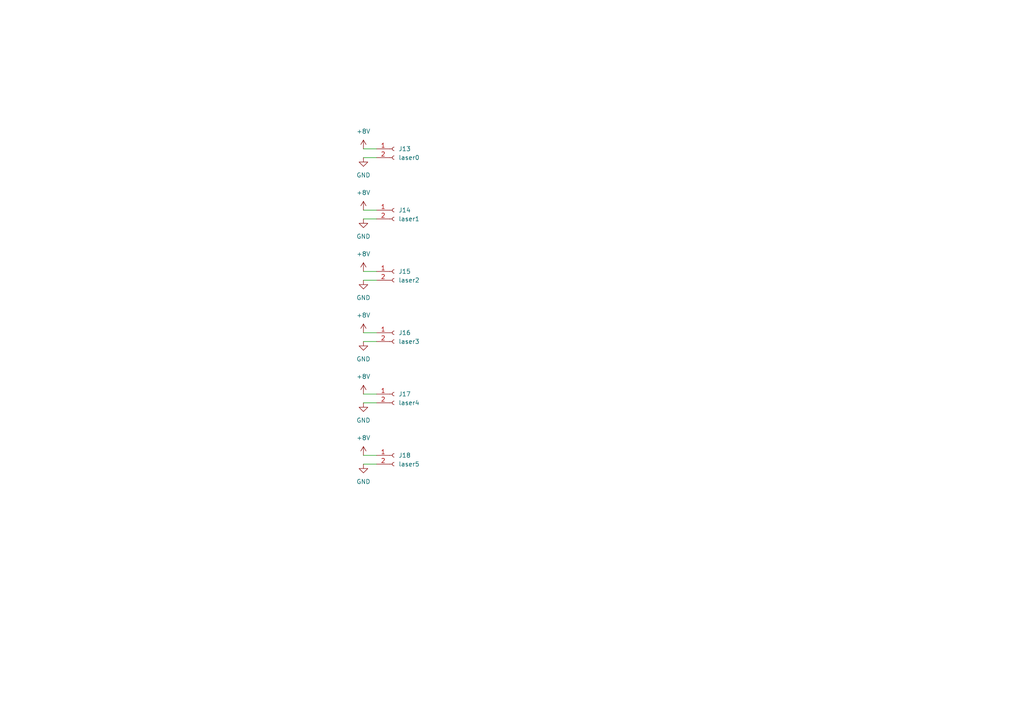
<source format=kicad_sch>
(kicad_sch (version 20211123) (generator eeschema)
  (paper "A4")
  (lib_symbols
    (symbol "Connector:Conn_01x02_Female" (pin_names (offset 1.016) hide)
      (property "Reference" "J" (at 0 2.54 0))
      (property "Value" "Conn_01x02_Female" (at 0 -5.08 0))
      (symbol "Conn_01x02_Female_1_1"
        (arc (start 0 -2.032) (mid -0.508 -2.54) (end 0 -3.048) (stroke (width 0.1524)))
        (polyline (pts (xy -1.27 -2.54) (xy -0.508 -2.54)) (stroke (width 0.1524)))
        (polyline (pts (xy -1.27 0) (xy -0.508 0)) (stroke (width 0.1524)))
        (arc (start 0 0.508) (mid -0.508 0) (end 0 -0.508) (stroke (width 0.1524)))
        (pin passive line (at -5.08 0 0) (length 3.81) (name "Pin_1") (number "1"))
        (pin passive line (at -5.08 -2.54 0) (length 3.81) (name "Pin_2") (number "2"))
      )
    )
    (symbol "power:+8V" (power) (pin_names (offset 0))
      (property "Value" "+8V" (at 0 3.556 0))
      (symbol "+8V_0_1"
        (polyline (pts (xy -0.762 1.27) (xy 0 2.54)))
        (polyline (pts (xy 0 0) (xy 0 2.54)))
        (polyline (pts (xy 0 2.54) (xy 0.762 1.27)))
      )
      (symbol "+8V_1_1"
        (pin power_in line (at 0 0 90) (length 0) hide (name "+8V") (number "1"))
      )
    )
    (symbol "power:GND" (power) (pin_names (offset 0))
      (property "Value" "GND" (at 0 -3.81 0))
      (symbol "GND_0_1"
        (polyline (pts (xy 0 0) (xy 0 -1.27) (xy 1.27 -1.27) (xy 0 -2.54) (xy -1.27 -1.27) (xy 0 -1.27)))
      )
      (symbol "GND_1_1"
        (pin power_in line (at 0 0 270) (length 0) hide (name "GND") (number "1"))
      )
    )
  )
  (wire (pts (xy 105.41 43.18) (xy 109.22 43.18)))
  (wire (pts (xy 105.41 60.96) (xy 109.22 60.96)))
  (wire (pts (xy 105.41 96.52) (xy 109.22 96.52)))
  (wire (pts (xy 105.41 114.3) (xy 109.22 114.3)))
  (wire (pts (xy 105.41 81.28) (xy 109.22 81.28)))
  (wire (pts (xy 105.41 132.08) (xy 109.22 132.08)))
  (wire (pts (xy 105.41 134.62) (xy 109.22 134.62)))
  (wire (pts (xy 105.41 45.72) (xy 109.22 45.72)))
  (wire (pts (xy 105.41 78.74) (xy 109.22 78.74)))
  (wire (pts (xy 105.41 116.84) (xy 109.22 116.84)))
  (wire (pts (xy 105.41 99.06) (xy 109.22 99.06)))
  (wire (pts (xy 105.41 63.5) (xy 109.22 63.5)))
  (symbol (lib_id "Connector:Conn_01x02_Female") (at 114.3 60.96 0) (unit 1)
    (property "Reference" "J14" (at 115.57 60.9599 0) (effects (justify left)))
    (property "Value" "laser1" (at 115.57 63.4999 0) (effects (justify left)))
    (property "Footprint" "Connector_JST:JST_XH_B2B-XH-A_1x02_P2.50mm_Vertical" (effects hide))
  )
  (symbol (lib_id "Connector:Conn_01x02_Female") (at 114.3 96.52 0) (unit 1)
    (property "Reference" "J16" (at 115.57 96.5199 0) (effects (justify left)))
    (property "Value" "laser3" (at 115.57 99.0599 0) (effects (justify left)))
    (property "Footprint" "Connector_JST:JST_XH_B2B-XH-A_1x02_P2.50mm_Vertical" (effects hide))
  )
  (symbol (lib_id "power:+8V") (at 105.41 114.3 0) (unit 1)
    (property "Reference" "#PWR05" (effects hide))
    (property "Value" "+8V" (at 105.41 109.22 0))
  )
  (symbol (lib_id "Connector:Conn_01x02_Female") (at 114.3 132.08 0) (unit 1)
    (property "Reference" "J18" (at 115.57 132.0799 0) (effects (justify left)))
    (property "Value" "laser5" (at 115.57 134.6199 0) (effects (justify left)))
    (property "Footprint" "Connector_JST:JST_XH_B2B-XH-A_1x02_P2.50mm_Vertical" (effects hide))
  )
  (symbol (lib_id "power:GND") (at 105.41 99.06 0) (unit 1)
    (property "Reference" "#PWR0126" (effects hide))
    (property "Value" "GND" (at 105.41 104.14 0))
  )
  (symbol (lib_id "Connector:Conn_01x02_Female") (at 114.3 78.74 0) (unit 1)
    (property "Reference" "J15" (at 115.57 78.7399 0) (effects (justify left)))
    (property "Value" "laser2" (at 115.57 81.2799 0) (effects (justify left)))
    (property "Footprint" "Connector_JST:JST_XH_B2B-XH-A_1x02_P2.50mm_Vertical" (effects hide))
  )
  (symbol (lib_id "power:GND") (at 105.41 63.5 0) (unit 1)
    (property "Reference" "#PWR0128" (effects hide))
    (property "Value" "GND" (at 105.41 68.58 0))
  )
  (symbol (lib_id "power:GND") (at 105.41 134.62 0) (unit 1)
    (property "Reference" "#PWR0130" (effects hide))
    (property "Value" "GND" (at 105.41 139.7 0))
  )
  (symbol (lib_id "power:GND") (at 105.41 81.28 0) (unit 1)
    (property "Reference" "#PWR0125" (effects hide))
    (property "Value" "GND" (at 105.41 86.36 0))
  )
  (symbol (lib_id "power:+8V") (at 105.41 43.18 0) (unit 1)
    (property "Reference" "#PWR01" (effects hide))
    (property "Value" "+8V" (at 105.41 38.1 0))
  )
  (symbol (lib_id "power:GND") (at 105.41 116.84 0) (unit 1)
    (property "Reference" "#PWR0129" (effects hide))
    (property "Value" "GND" (at 105.41 121.92 0))
  )
  (symbol (lib_id "power:+8V") (at 105.41 60.96 0) (unit 1)
    (property "Reference" "#PWR02" (effects hide))
    (property "Value" "+8V" (at 105.41 55.88 0))
  )
  (symbol (lib_id "power:+8V") (at 105.41 96.52 0) (unit 1)
    (property "Reference" "#PWR04" (effects hide))
    (property "Value" "+8V" (at 105.41 91.44 0))
  )
  (symbol (lib_id "power:GND") (at 105.41 45.72 0) (unit 1)
    (property "Reference" "#PWR0127" (effects hide))
    (property "Value" "GND" (at 105.41 50.8 0))
  )
  (symbol (lib_id "power:+8V") (at 105.41 78.74 0) (unit 1)
    (property "Reference" "#PWR03" (effects hide))
    (property "Value" "+8V" (at 105.41 73.66 0))
  )
  (symbol (lib_id "Connector:Conn_01x02_Female") (at 114.3 114.3 0) (unit 1)
    (property "Reference" "J17" (at 115.57 114.2999 0) (effects (justify left)))
    (property "Value" "laser4" (at 115.57 116.8399 0) (effects (justify left)))
    (property "Footprint" "Connector_JST:JST_XH_B2B-XH-A_1x02_P2.50mm_Vertical" (effects hide))
  )
  (symbol (lib_id "power:+8V") (at 105.41 132.08 0) (unit 1)
    (property "Reference" "#PWR06" (effects hide))
    (property "Value" "+8V" (at 105.41 127 0))
  )
  (symbol (lib_id "Connector:Conn_01x02_Female") (at 114.3 43.18 0) (unit 1)
    (property "Reference" "J13" (at 115.57 43.1799 0) (effects (justify left)))
    (property "Value" "laser0" (at 115.57 45.7199 0) (effects (justify left)))
    (property "Footprint" "Connector_JST:JST_XH_B2B-XH-A_1x02_P2.50mm_Vertical" (effects hide))
  )
)
</source>
